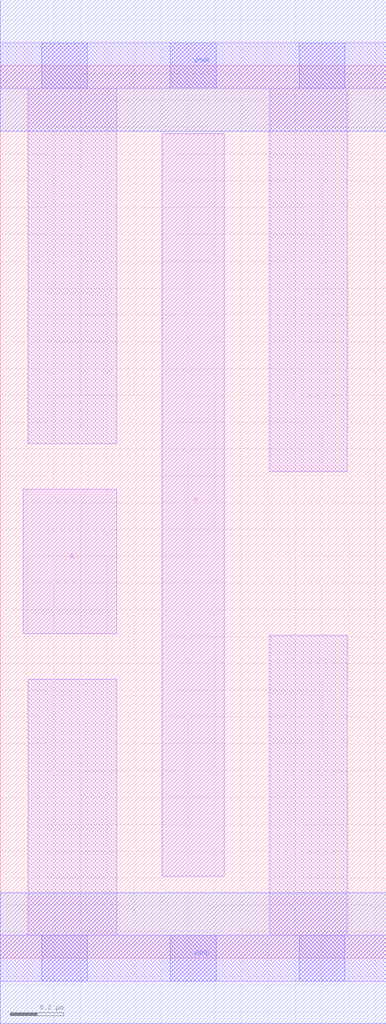
<source format=lef>
# Copyright 2020 The SkyWater PDK Authors
#
# Licensed under the Apache License, Version 2.0 (the "License");
# you may not use this file except in compliance with the License.
# You may obtain a copy of the License at
#
#     https://www.apache.org/licenses/LICENSE-2.0
#
# Unless required by applicable law or agreed to in writing, software
# distributed under the License is distributed on an "AS IS" BASIS,
# WITHOUT WARRANTIES OR CONDITIONS OF ANY KIND, either express or implied.
# See the License for the specific language governing permissions and
# limitations under the License.
#
# SPDX-License-Identifier: Apache-2.0

VERSION 5.7 ;
  NAMESCASESENSITIVE ON ;
  NOWIREEXTENSIONATPIN ON ;
  DIVIDERCHAR "/" ;
  BUSBITCHARS "[]" ;
UNITS
  DATABASE MICRONS 200 ;
END UNITS
MACRO sky130_fd_sc_lp__inv_2
  CLASS CORE ;
  FOREIGN sky130_fd_sc_lp__inv_2 ;
  ORIGIN  0.000000  0.000000 ;
  SIZE  1.440000 BY  3.330000 ;
  SYMMETRY X Y R90 ;
  SITE unit ;
  PIN A
    ANTENNAGATEAREA  0.630000 ;
    DIRECTION INPUT ;
    USE SIGNAL ;
    PORT
      LAYER li1 ;
        RECT 0.085000 1.210000 0.435000 1.750000 ;
    END
  END A
  PIN Y
    ANTENNADIFFAREA  0.588000 ;
    DIRECTION OUTPUT ;
    USE SIGNAL ;
    PORT
      LAYER li1 ;
        RECT 0.605000 0.305000 0.835000 3.075000 ;
    END
  END Y
  PIN VGND
    DIRECTION INOUT ;
    USE GROUND ;
    PORT
      LAYER met1 ;
        RECT 0.000000 -0.245000 1.440000 0.245000 ;
    END
  END VGND
  PIN VPWR
    DIRECTION INOUT ;
    USE POWER ;
    PORT
      LAYER met1 ;
        RECT 0.000000 3.085000 1.440000 3.575000 ;
    END
  END VPWR
  OBS
    LAYER li1 ;
      RECT 0.000000 -0.085000 1.440000 0.085000 ;
      RECT 0.000000  3.245000 1.440000 3.415000 ;
      RECT 0.105000  0.085000 0.435000 1.040000 ;
      RECT 0.105000  1.920000 0.435000 3.245000 ;
      RECT 1.005000  0.085000 1.295000 1.205000 ;
      RECT 1.005000  1.815000 1.295000 3.245000 ;
    LAYER mcon ;
      RECT 0.155000 -0.085000 0.325000 0.085000 ;
      RECT 0.155000  3.245000 0.325000 3.415000 ;
      RECT 0.635000 -0.085000 0.805000 0.085000 ;
      RECT 0.635000  3.245000 0.805000 3.415000 ;
      RECT 1.115000 -0.085000 1.285000 0.085000 ;
      RECT 1.115000  3.245000 1.285000 3.415000 ;
  END
END sky130_fd_sc_lp__inv_2
END LIBRARY

</source>
